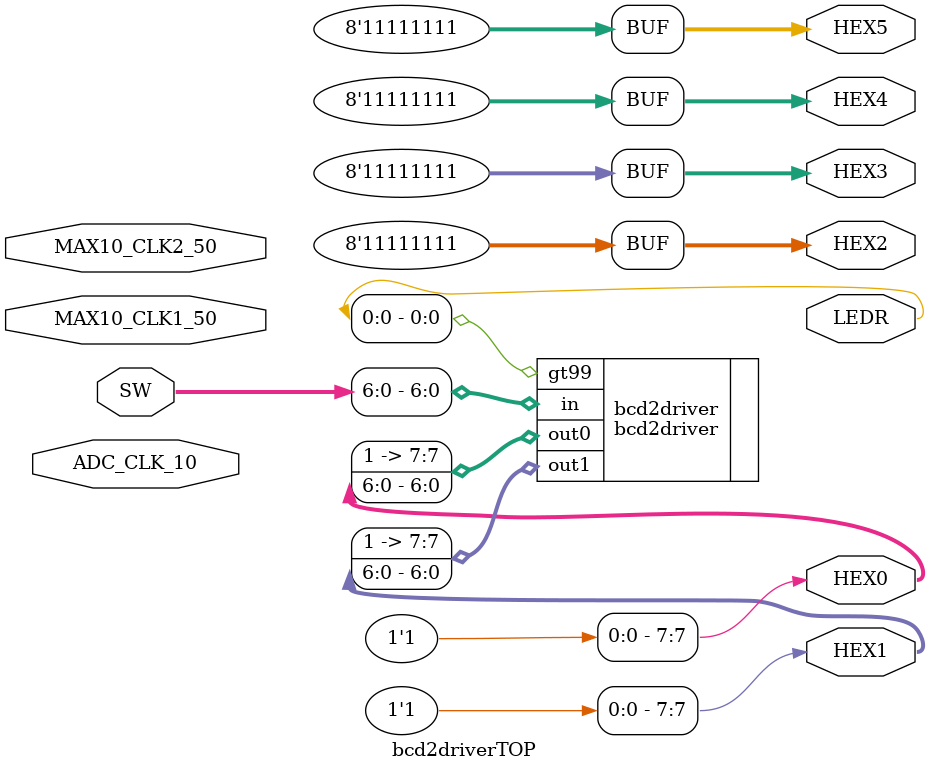
<source format=v>


module bcd2driverTOP(

	//////////// CLOCK //////////
	input 		          		ADC_CLK_10,
	input 		          		MAX10_CLK1_50,
	input 		          		MAX10_CLK2_50,

	//////////// SEG7 //////////
	output		     [7:0]		HEX0,
	output		     [7:0]		HEX1,
	output		     [7:0]		HEX2,
	output		     [7:0]		HEX3,
	output		     [7:0]		HEX4,
	output		     [7:0]		HEX5,

	//////////// LED //////////
	output		     [9:0]		LEDR,

	//////////// SW //////////
	input 		     [9:0]		SW
);



//=======================================================
//  REG/WIRE declarations
//=======================================================

bcd2driver bcd2driver(
	.in(SW[6:0]),
	.out0(HEX0),
	.out1(HEX1),
	.gt99(LEDR[0])
);


//=======================================================
//  Structural coding
//=======================================================
assign HEX0[7] = 1'b1;
assign HEX1[7] = 1'b1;
assign HEX2 = 8'hff;
assign HEX3 = 8'hff;
assign HEX4 = 8'hff;
assign HEX5 = 8'hff;

endmodule

</source>
